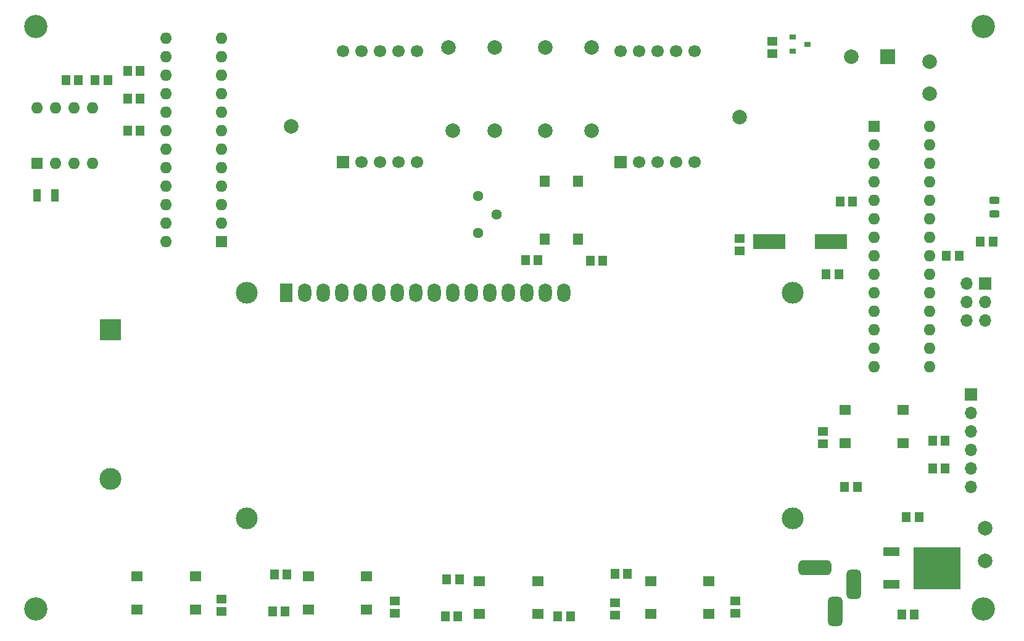
<source format=gbr>
%TF.GenerationSoftware,KiCad,Pcbnew,(6.0.5-0)*%
%TF.CreationDate,2022-07-17T22:17:14-04:00*%
%TF.ProjectId,Annahs_clock_hps,416e6e61-6873-45f6-936c-6f636b5f6870,rev?*%
%TF.SameCoordinates,Original*%
%TF.FileFunction,Soldermask,Top*%
%TF.FilePolarity,Negative*%
%FSLAX46Y46*%
G04 Gerber Fmt 4.6, Leading zero omitted, Abs format (unit mm)*
G04 Created by KiCad (PCBNEW (6.0.5-0)) date 2022-07-17 22:17:14*
%MOMM*%
%LPD*%
G01*
G04 APERTURE LIST*
G04 Aperture macros list*
%AMRoundRect*
0 Rectangle with rounded corners*
0 $1 Rounding radius*
0 $2 $3 $4 $5 $6 $7 $8 $9 X,Y pos of 4 corners*
0 Add a 4 corners polygon primitive as box body*
4,1,4,$2,$3,$4,$5,$6,$7,$8,$9,$2,$3,0*
0 Add four circle primitives for the rounded corners*
1,1,$1+$1,$2,$3*
1,1,$1+$1,$4,$5*
1,1,$1+$1,$6,$7*
1,1,$1+$1,$8,$9*
0 Add four rect primitives between the rounded corners*
20,1,$1+$1,$2,$3,$4,$5,0*
20,1,$1+$1,$4,$5,$6,$7,0*
20,1,$1+$1,$6,$7,$8,$9,0*
20,1,$1+$1,$8,$9,$2,$3,0*%
G04 Aperture macros list end*
%ADD10R,1.150000X1.400000*%
%ADD11C,3.200000*%
%ADD12C,1.440000*%
%ADD13R,1.000000X1.800000*%
%ADD14C,2.000000*%
%ADD15R,2.200000X1.200000*%
%ADD16R,6.400000X5.800000*%
%ADD17R,1.400000X1.150000*%
%ADD18R,1.700000X1.700000*%
%ADD19C,1.700000*%
%ADD20R,1.600000X1.600000*%
%ADD21O,1.600000X1.600000*%
%ADD22R,0.900000X0.800000*%
%ADD23RoundRect,0.243750X-0.456250X0.243750X-0.456250X-0.243750X0.456250X-0.243750X0.456250X0.243750X0*%
%ADD24R,1.400000X1.600000*%
%ADD25R,4.500000X2.000000*%
%ADD26R,2.000000X2.000000*%
%ADD27R,1.600000X1.400000*%
%ADD28C,3.000000*%
%ADD29R,1.800000X2.600000*%
%ADD30O,1.800000X2.600000*%
%ADD31RoundRect,0.500000X1.750000X0.500000X-1.750000X0.500000X-1.750000X-0.500000X1.750000X-0.500000X0*%
%ADD32RoundRect,0.500000X-0.500000X1.500000X-0.500000X-1.500000X0.500000X-1.500000X0.500000X1.500000X0*%
%ADD33O,1.700000X1.700000*%
%ADD34R,3.000000X3.000000*%
G04 APERTURE END LIST*
D10*
%TO.C,C6*%
X204465000Y-127380000D03*
X206165000Y-127380000D03*
%TD*%
D11*
%TO.C,H4*%
X215000000Y-140000000D03*
%TD*%
D10*
%TO.C,R6*%
X94830000Y-67310000D03*
X93130000Y-67310000D03*
%TD*%
D12*
%TO.C,RV1*%
X145665000Y-88382500D03*
X148205000Y-85842500D03*
X145665000Y-83302500D03*
%TD*%
D13*
%TO.C,Y2*%
X85110000Y-83185000D03*
X87610000Y-83185000D03*
%TD*%
D14*
%TO.C,TP9*%
X147955000Y-62865000D03*
%TD*%
D10*
%TO.C,R17*%
X153885000Y-92075000D03*
X152185000Y-92075000D03*
%TD*%
D15*
%TO.C,U3*%
X202385000Y-132085000D03*
D16*
X208685000Y-134365000D03*
D15*
X202385000Y-136645000D03*
%TD*%
D17*
%TO.C,R14*%
X186055000Y-63715000D03*
X186055000Y-62015000D03*
%TD*%
D18*
%TO.C,U5*%
X127127000Y-78613000D03*
D19*
X129667000Y-78613000D03*
X132207000Y-78613000D03*
X134747000Y-78613000D03*
X137287000Y-78613000D03*
X137287000Y-63373000D03*
X134747000Y-63373000D03*
X132207000Y-63373000D03*
X129667000Y-63373000D03*
X127127000Y-63373000D03*
%TD*%
D14*
%TO.C,TP7*%
X142240000Y-74295000D03*
%TD*%
D17*
%TO.C,R5*%
X193040000Y-117270000D03*
X193040000Y-115570000D03*
%TD*%
D10*
%TO.C,C2*%
X209970000Y-91440000D03*
X211670000Y-91440000D03*
%TD*%
%TO.C,R10*%
X97575000Y-74295000D03*
X99275000Y-74295000D03*
%TD*%
%TO.C,C10*%
X119390000Y-135255000D03*
X117690000Y-135255000D03*
%TD*%
D20*
%TO.C,U2*%
X110490000Y-89535000D03*
D21*
X110490000Y-86995000D03*
X110490000Y-84455000D03*
X110490000Y-81915000D03*
X110490000Y-79375000D03*
X110490000Y-76835000D03*
X110490000Y-74295000D03*
X110490000Y-71755000D03*
X110490000Y-69215000D03*
X110490000Y-66675000D03*
X110490000Y-64135000D03*
X110490000Y-61595000D03*
X102870000Y-61595000D03*
X102870000Y-64135000D03*
X102870000Y-66675000D03*
X102870000Y-69215000D03*
X102870000Y-71755000D03*
X102870000Y-74295000D03*
X102870000Y-76835000D03*
X102870000Y-79375000D03*
X102870000Y-81915000D03*
X102870000Y-84455000D03*
X102870000Y-86995000D03*
X102870000Y-89535000D03*
%TD*%
D10*
%TO.C,C8*%
X97575000Y-69850000D03*
X99275000Y-69850000D03*
%TD*%
D22*
%TO.C,Q1*%
X188880000Y-61445000D03*
X188880000Y-63345000D03*
X190880000Y-62395000D03*
%TD*%
D10*
%TO.C,C7*%
X203830000Y-140715000D03*
X205530000Y-140715000D03*
%TD*%
D23*
%TO.C,D1*%
X216535000Y-83850000D03*
X216535000Y-85725000D03*
%TD*%
D14*
%TO.C,TP5*%
X154940000Y-74295000D03*
%TD*%
D17*
%TO.C,R13*%
X164465000Y-139167500D03*
X164465000Y-140867500D03*
%TD*%
D10*
%TO.C,R15*%
X141175000Y-140970000D03*
X142875000Y-140970000D03*
%TD*%
D14*
%TO.C,TP14*%
X207645000Y-64770000D03*
%TD*%
D10*
%TO.C,R12*%
X117475000Y-140335000D03*
X119175000Y-140335000D03*
%TD*%
D24*
%TO.C,SW6*%
X154845000Y-89207500D03*
X154845000Y-81207500D03*
X159345000Y-89207500D03*
X159345000Y-81207500D03*
%TD*%
D10*
%TO.C,C11*%
X166165000Y-135152500D03*
X164465000Y-135152500D03*
%TD*%
D14*
%TO.C,TP10*%
X161290000Y-74295000D03*
%TD*%
D20*
%TO.C,U1*%
X85100000Y-78740000D03*
D21*
X87640000Y-78740000D03*
X90180000Y-78740000D03*
X92720000Y-78740000D03*
X92720000Y-71120000D03*
X90180000Y-71120000D03*
X87640000Y-71120000D03*
X85100000Y-71120000D03*
%TD*%
D17*
%TO.C,R1*%
X134200000Y-140550000D03*
X134200000Y-138850000D03*
%TD*%
D25*
%TO.C,Y1*%
X194115000Y-89535000D03*
X185615000Y-89535000D03*
%TD*%
D14*
%TO.C,TP4*%
X161290000Y-62865000D03*
%TD*%
D26*
%TO.C,BZ1*%
X201930000Y-64135000D03*
D14*
X196930000Y-64135000D03*
%TD*%
D17*
%TO.C,R8*%
X110490000Y-140335000D03*
X110490000Y-138635000D03*
%TD*%
D10*
%TO.C,R9*%
X156630000Y-140970000D03*
X158330000Y-140970000D03*
%TD*%
D11*
%TO.C,H2*%
X215000000Y-60000000D03*
%TD*%
D27*
%TO.C,SW2*%
X122365000Y-135545000D03*
X130365000Y-135545000D03*
X122365000Y-140045000D03*
X130365000Y-140045000D03*
%TD*%
D11*
%TO.C,H3*%
X85000000Y-140000000D03*
%TD*%
D14*
%TO.C,TP1*%
X181610000Y-72390000D03*
%TD*%
D10*
%TO.C,R11*%
X214630000Y-89535000D03*
X216330000Y-89535000D03*
%TD*%
%TO.C,C4*%
X193460000Y-93980000D03*
X195160000Y-93980000D03*
%TD*%
%TO.C,R16*%
X161075000Y-92192500D03*
X162775000Y-92192500D03*
%TD*%
D17*
%TO.C,C5*%
X181610000Y-90805000D03*
X181610000Y-89105000D03*
%TD*%
D10*
%TO.C,R4*%
X208065000Y-120650000D03*
X209765000Y-120650000D03*
%TD*%
D11*
%TO.C,H1*%
X85000000Y-60000000D03*
%TD*%
D27*
%TO.C,SW1*%
X169355000Y-136180000D03*
X177355000Y-136180000D03*
X169355000Y-140680000D03*
X177355000Y-140680000D03*
%TD*%
D14*
%TO.C,TP6*%
X147955000Y-74295000D03*
%TD*%
%TO.C,TP2*%
X215265000Y-128905000D03*
%TD*%
D10*
%TO.C,C13*%
X143090000Y-135890000D03*
X141390000Y-135890000D03*
%TD*%
D17*
%TO.C,R2*%
X180975000Y-140550000D03*
X180975000Y-138850000D03*
%TD*%
D14*
%TO.C,TP3*%
X154940000Y-62865000D03*
%TD*%
D10*
%TO.C,C3*%
X196000000Y-123190000D03*
X197700000Y-123190000D03*
%TD*%
D14*
%TO.C,TP13*%
X207645000Y-69215000D03*
%TD*%
D27*
%TO.C,SW3*%
X98870000Y-135545000D03*
X106870000Y-135545000D03*
X98870000Y-140045000D03*
X106870000Y-140045000D03*
%TD*%
%TO.C,SW4*%
X145860000Y-136180000D03*
X153860000Y-136180000D03*
X145860000Y-140680000D03*
X153860000Y-140680000D03*
%TD*%
D14*
%TO.C,TP11*%
X120015000Y-73660000D03*
%TD*%
%TO.C,TP8*%
X141605000Y-62865000D03*
%TD*%
D18*
%TO.C,U4*%
X165227000Y-78613000D03*
D19*
X167767000Y-78613000D03*
X170307000Y-78613000D03*
X172847000Y-78613000D03*
X175387000Y-78613000D03*
X175387000Y-63373000D03*
X172847000Y-63373000D03*
X170307000Y-63373000D03*
X167767000Y-63373000D03*
X165227000Y-63373000D03*
%TD*%
D10*
%TO.C,C1*%
X197065000Y-84035000D03*
X195365000Y-84035000D03*
%TD*%
%TO.C,R3*%
X208065000Y-116840000D03*
X209765000Y-116840000D03*
%TD*%
D20*
%TO.C,UI1*%
X200035000Y-73670000D03*
D21*
X200035000Y-76210000D03*
X200035000Y-78750000D03*
X200035000Y-81290000D03*
X200035000Y-83830000D03*
X200035000Y-86370000D03*
X200035000Y-88910000D03*
X200035000Y-91450000D03*
X200035000Y-93990000D03*
X200035000Y-96530000D03*
X200035000Y-99070000D03*
X200035000Y-101610000D03*
X200035000Y-104150000D03*
X200035000Y-106690000D03*
X207655000Y-106690000D03*
X207655000Y-104150000D03*
X207655000Y-101610000D03*
X207655000Y-99070000D03*
X207655000Y-96530000D03*
X207655000Y-93990000D03*
X207655000Y-91450000D03*
X207655000Y-88910000D03*
X207655000Y-86370000D03*
X207655000Y-83830000D03*
X207655000Y-81290000D03*
X207655000Y-78750000D03*
X207655000Y-76210000D03*
X207655000Y-73670000D03*
%TD*%
D10*
%TO.C,C9*%
X97575000Y-66040000D03*
X99275000Y-66040000D03*
%TD*%
D27*
%TO.C,SW5*%
X196025000Y-112685000D03*
X204025000Y-112685000D03*
X196025000Y-117185000D03*
X204025000Y-117185000D03*
%TD*%
D28*
%TO.C,DS1*%
X188880000Y-96520000D03*
X113880900Y-96520000D03*
X113880900Y-127520700D03*
X188879480Y-127520700D03*
D29*
X119380000Y-96520000D03*
D30*
X121920000Y-96520000D03*
X124460000Y-96520000D03*
X127000000Y-96520000D03*
X129540000Y-96520000D03*
X132080000Y-96520000D03*
X134620000Y-96520000D03*
X137160000Y-96520000D03*
X139700000Y-96520000D03*
X142240000Y-96520000D03*
X144780000Y-96520000D03*
X147320000Y-96520000D03*
X149860000Y-96520000D03*
X152400000Y-96520000D03*
X154940000Y-96520000D03*
X157480000Y-96520000D03*
%TD*%
D10*
%TO.C,R7*%
X90805000Y-67310000D03*
X89105000Y-67310000D03*
%TD*%
D31*
%TO.C,J2*%
X191890000Y-134295000D03*
D32*
X197190000Y-136595000D03*
X194690000Y-140295000D03*
%TD*%
D18*
%TO.C,J1*%
X213360000Y-110490000D03*
D33*
X213360000Y-113030000D03*
X213360000Y-115570000D03*
X213360000Y-118110000D03*
X213360000Y-120650000D03*
X213360000Y-123190000D03*
%TD*%
D18*
%TO.C,J3*%
X215265000Y-95250000D03*
D33*
X212725000Y-95250000D03*
X215265000Y-97790000D03*
X212725000Y-97790000D03*
X215265000Y-100330000D03*
X212725000Y-100330000D03*
%TD*%
D14*
%TO.C,TP12*%
X215265000Y-133350000D03*
%TD*%
D34*
%TO.C,BT1*%
X95250000Y-101600000D03*
D28*
X95250000Y-122090000D03*
%TD*%
M02*

</source>
